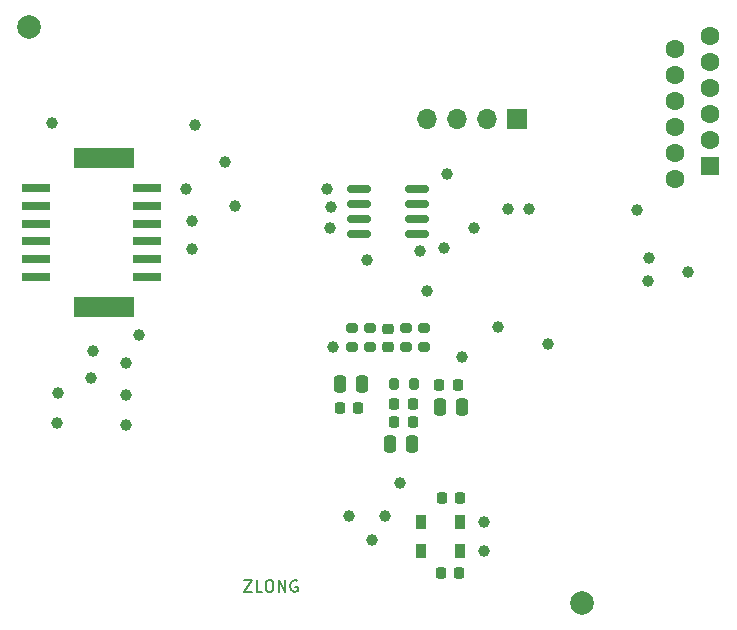
<source format=gts>
%TF.GenerationSoftware,KiCad,Pcbnew,(6.0.0)*%
%TF.CreationDate,2022-02-12T14:45:40+08:00*%
%TF.ProjectId,SX7H02050048,53583748-3032-4303-9530-3034382e6b69,rev?*%
%TF.SameCoordinates,PX59a5380PY6d321a0*%
%TF.FileFunction,Soldermask,Top*%
%TF.FilePolarity,Negative*%
%FSLAX46Y46*%
G04 Gerber Fmt 4.6, Leading zero omitted, Abs format (unit mm)*
G04 Created by KiCad (PCBNEW (6.0.0)) date 2022-02-12 14:45:40*
%MOMM*%
%LPD*%
G01*
G04 APERTURE LIST*
G04 Aperture macros list*
%AMRoundRect*
0 Rectangle with rounded corners*
0 $1 Rounding radius*
0 $2 $3 $4 $5 $6 $7 $8 $9 X,Y pos of 4 corners*
0 Add a 4 corners polygon primitive as box body*
4,1,4,$2,$3,$4,$5,$6,$7,$8,$9,$2,$3,0*
0 Add four circle primitives for the rounded corners*
1,1,$1+$1,$2,$3*
1,1,$1+$1,$4,$5*
1,1,$1+$1,$6,$7*
1,1,$1+$1,$8,$9*
0 Add four rect primitives between the rounded corners*
20,1,$1+$1,$2,$3,$4,$5,0*
20,1,$1+$1,$4,$5,$6,$7,0*
20,1,$1+$1,$6,$7,$8,$9,0*
20,1,$1+$1,$8,$9,$2,$3,0*%
G04 Aperture macros list end*
%ADD10C,0.150000*%
%ADD11C,1.000000*%
%ADD12RoundRect,0.225000X0.225000X0.250000X-0.225000X0.250000X-0.225000X-0.250000X0.225000X-0.250000X0*%
%ADD13C,2.000000*%
%ADD14RoundRect,0.225000X-0.225000X-0.250000X0.225000X-0.250000X0.225000X0.250000X-0.225000X0.250000X0*%
%ADD15RoundRect,0.150000X0.825000X0.150000X-0.825000X0.150000X-0.825000X-0.150000X0.825000X-0.150000X0*%
%ADD16RoundRect,0.200000X-0.275000X0.200000X-0.275000X-0.200000X0.275000X-0.200000X0.275000X0.200000X0*%
%ADD17R,1.700000X1.700000*%
%ADD18O,1.700000X1.700000*%
%ADD19RoundRect,0.250000X0.250000X0.475000X-0.250000X0.475000X-0.250000X-0.475000X0.250000X-0.475000X0*%
%ADD20RoundRect,0.225000X-0.250000X0.225000X-0.250000X-0.225000X0.250000X-0.225000X0.250000X0.225000X0*%
%ADD21R,0.900000X1.200000*%
%ADD22R,1.600000X1.600000*%
%ADD23C,1.600000*%
%ADD24RoundRect,0.200000X0.275000X-0.200000X0.275000X0.200000X-0.275000X0.200000X-0.275000X-0.200000X0*%
%ADD25RoundRect,0.250000X-0.250000X-0.475000X0.250000X-0.475000X0.250000X0.475000X-0.250000X0.475000X0*%
%ADD26RoundRect,0.200000X0.200000X0.275000X-0.200000X0.275000X-0.200000X-0.275000X0.200000X-0.275000X0*%
%ADD27R,2.450000X0.800000*%
%ADD28R,5.050000X1.800000*%
G04 APERTURE END LIST*
D10*
%TO.C,ZLONG_LOGO2*%
X19792285Y3541620D02*
X20458952Y3541620D01*
X19792285Y2541620D01*
X20458952Y2541620D01*
X21316095Y2541620D02*
X20839904Y2541620D01*
X20839904Y3541620D01*
X21839904Y3541620D02*
X22030380Y3541620D01*
X22125619Y3494000D01*
X22220857Y3398762D01*
X22268476Y3208286D01*
X22268476Y2874953D01*
X22220857Y2684477D01*
X22125619Y2589239D01*
X22030380Y2541620D01*
X21839904Y2541620D01*
X21744666Y2589239D01*
X21649428Y2684477D01*
X21601809Y2874953D01*
X21601809Y3208286D01*
X21649428Y3398762D01*
X21744666Y3494000D01*
X21839904Y3541620D01*
X22697047Y2541620D02*
X22697047Y3541620D01*
X23268476Y2541620D01*
X23268476Y3541620D01*
X24268476Y3494000D02*
X24173238Y3541620D01*
X24030380Y3541620D01*
X23887523Y3494000D01*
X23792285Y3398762D01*
X23744666Y3303524D01*
X23697047Y3113048D01*
X23697047Y2970191D01*
X23744666Y2779715D01*
X23792285Y2684477D01*
X23887523Y2589239D01*
X24030380Y2541620D01*
X24125619Y2541620D01*
X24268476Y2589239D01*
X24316095Y2636858D01*
X24316095Y2970191D01*
X24125619Y2970191D01*
%TD*%
D11*
%TO.C,TP50*%
X14839000Y36649000D03*
%TD*%
%TO.C,TP6*%
X53955000Y28902000D03*
%TD*%
D12*
%TO.C,C121*%
X34061000Y16921760D03*
X32511000Y16921760D03*
%TD*%
D11*
%TO.C,TP79*%
X6965000Y22933000D03*
%TD*%
D13*
%TO.C,MARK1*%
X1600000Y50400000D03*
%TD*%
D14*
%TO.C,C118*%
X36323000Y20100760D03*
X37873000Y20100760D03*
%TD*%
D11*
%TO.C,TP66*%
X31730000Y8963000D03*
%TD*%
%TO.C,TP93*%
X39223000Y33347000D03*
%TD*%
%TO.C,TP92*%
X43922000Y34998000D03*
%TD*%
%TO.C,TP25*%
X38207000Y22425000D03*
%TD*%
%TO.C,U103*%
X34651000Y31442000D03*
D15*
X34459000Y32839000D03*
X34459000Y34109000D03*
X34459000Y35379000D03*
X34459000Y36649000D03*
X29509000Y36649000D03*
X29509000Y35379000D03*
X29509000Y34109000D03*
X29509000Y32839000D03*
%TD*%
D11*
%TO.C,TP48*%
X3536000Y42237000D03*
%TD*%
%TO.C,TP28*%
X35286000Y28013000D03*
%TD*%
%TO.C,TP67*%
X28682000Y8963000D03*
%TD*%
D16*
%TO.C,R110*%
X30460000Y24901000D03*
X30460000Y23251000D03*
%TD*%
D11*
%TO.C,TP43*%
X15347000Y31569000D03*
%TD*%
D12*
%TO.C,C136*%
X38093000Y10487000D03*
X36543000Y10487000D03*
%TD*%
D17*
%TO.C,J101*%
X42896000Y42618000D03*
D18*
X40356000Y42618000D03*
X37816000Y42618000D03*
X35276000Y42618000D03*
%TD*%
D14*
%TO.C,C113*%
X27907000Y18107000D03*
X29457000Y18107000D03*
%TD*%
D19*
%TO.C,C119*%
X34016000Y15059000D03*
X32116000Y15059000D03*
%TD*%
D11*
%TO.C,TP52*%
X36683000Y31696000D03*
%TD*%
%TO.C,TP77*%
X3917000Y16862400D03*
%TD*%
D16*
%TO.C,R119*%
X28936000Y24901000D03*
X28936000Y23251000D03*
%TD*%
D11*
%TO.C,TP83*%
X9784400Y16659200D03*
%TD*%
%TO.C,TP3*%
X53066000Y34871000D03*
%TD*%
%TO.C,TP10*%
X54082000Y30807000D03*
%TD*%
%TO.C,TP11*%
X57384000Y29664000D03*
%TD*%
%TO.C,TP59*%
X27158000Y35125000D03*
%TD*%
%TO.C,TP56*%
X26777000Y36649000D03*
%TD*%
D20*
%TO.C,C122*%
X31984000Y24851000D03*
X31984000Y23301000D03*
%TD*%
D21*
%TO.C,D106*%
X38079000Y6042000D03*
X34779000Y6042000D03*
%TD*%
D11*
%TO.C,TP53*%
X36937000Y37919000D03*
%TD*%
D12*
%TO.C,C135*%
X37966000Y4137000D03*
X36416000Y4137000D03*
%TD*%
D22*
%TO.C,J1*%
X59250000Y38650000D03*
D23*
X59250000Y40850000D03*
X59250000Y43050000D03*
X59250000Y45250000D03*
X59250000Y47450000D03*
X59250000Y49650000D03*
X56250000Y37550000D03*
X56250000Y39750000D03*
X56250000Y41950000D03*
X56250000Y44150000D03*
X56250000Y46350000D03*
X56250000Y48550000D03*
%TD*%
D24*
%TO.C,R116*%
X33508000Y23251000D03*
X33508000Y24901000D03*
%TD*%
D13*
%TO.C,MARK2*%
X48400000Y1600000D03*
%TD*%
D11*
%TO.C,TP95*%
X41255000Y24965000D03*
%TD*%
%TO.C,TP96*%
X45496800Y23517200D03*
%TD*%
%TO.C,TP64*%
X40112000Y8455000D03*
%TD*%
D21*
%TO.C,D107*%
X38079000Y8455000D03*
X34779000Y8455000D03*
%TD*%
D25*
%TO.C,C116*%
X27859000Y20139000D03*
X29759000Y20139000D03*
%TD*%
D11*
%TO.C,TP78*%
X4044000Y19377000D03*
%TD*%
%TO.C,TP54*%
X30206000Y30680000D03*
%TD*%
%TO.C,TP85*%
X10902000Y24330000D03*
%TD*%
%TO.C,TP91*%
X42144000Y34998000D03*
%TD*%
%TO.C,TP74*%
X9784400Y21917000D03*
%TD*%
D26*
%TO.C,L103*%
X34145000Y20139000D03*
X32495000Y20139000D03*
%TD*%
D27*
%TO.C,J2*%
X2138001Y29233500D03*
X11538008Y29233500D03*
X2138001Y30733500D03*
X11538008Y30733500D03*
X2138001Y32233499D03*
X11538008Y32233499D03*
X2138001Y33733501D03*
X11538008Y33733501D03*
X2138001Y35233501D03*
X11538008Y35233501D03*
X2138001Y36733500D03*
X11538008Y36733500D03*
D28*
X7938015Y26703500D03*
X7938015Y39263500D03*
%TD*%
D11*
%TO.C,TP65*%
X30587000Y6931000D03*
%TD*%
%TO.C,TP45*%
X19030000Y35252000D03*
%TD*%
%TO.C,TP46*%
X18141000Y38935000D03*
%TD*%
%TO.C,TP68*%
X33000000Y11757000D03*
%TD*%
%TO.C,TP70*%
X6838000Y20647000D03*
%TD*%
%TO.C,TP44*%
X15601000Y42110000D03*
%TD*%
%TO.C,TP31*%
X27285000Y23314000D03*
%TD*%
%TO.C,TP84*%
X9759000Y19250000D03*
%TD*%
%TO.C,TP63*%
X40112000Y6042000D03*
%TD*%
%TO.C,TP55*%
X27031000Y33347000D03*
%TD*%
D25*
%TO.C,C117*%
X36368000Y18234000D03*
X38268000Y18234000D03*
%TD*%
D11*
%TO.C,TP49*%
X15347000Y33982000D03*
%TD*%
D24*
%TO.C,R109*%
X35032000Y23251000D03*
X35032000Y24901000D03*
%TD*%
D12*
%TO.C,C120*%
X34061000Y18488000D03*
X32511000Y18488000D03*
%TD*%
M02*

</source>
